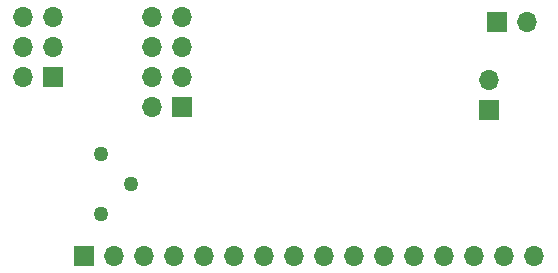
<source format=gbs>
G04 #@! TF.GenerationSoftware,KiCad,Pcbnew,7.0.7*
G04 #@! TF.CreationDate,2023-10-10T15:44:46+02:00*
G04 #@! TF.ProjectId,EcranLCD_Schema_V1.2,45637261-6e4c-4434-945f-536368656d61,rev?*
G04 #@! TF.SameCoordinates,Original*
G04 #@! TF.FileFunction,Soldermask,Bot*
G04 #@! TF.FilePolarity,Negative*
%FSLAX46Y46*%
G04 Gerber Fmt 4.6, Leading zero omitted, Abs format (unit mm)*
G04 Created by KiCad (PCBNEW 7.0.7) date 2023-10-10 15:44:46*
%MOMM*%
%LPD*%
G01*
G04 APERTURE LIST*
%ADD10R,1.700000X1.700000*%
%ADD11O,1.700000X1.700000*%
%ADD12C,1.260000*%
G04 APERTURE END LIST*
D10*
X117760000Y-69300000D03*
D11*
X115220000Y-69300000D03*
X117760000Y-66760000D03*
X115220000Y-66760000D03*
X117760000Y-64220000D03*
X115220000Y-64220000D03*
D10*
X120396000Y-84531200D03*
D11*
X122936000Y-84531200D03*
X125476000Y-84531200D03*
X128016000Y-84531200D03*
X130556000Y-84531200D03*
X133096000Y-84531200D03*
X135636000Y-84531200D03*
X138176000Y-84531200D03*
X140716000Y-84531200D03*
X143256000Y-84531200D03*
X145796000Y-84531200D03*
X148336000Y-84531200D03*
X150876000Y-84531200D03*
X153416000Y-84531200D03*
X155956000Y-84531200D03*
X158496000Y-84531200D03*
D10*
X128682000Y-71840000D03*
D11*
X126142000Y-71840000D03*
X128682000Y-69300000D03*
X126142000Y-69300000D03*
X128682000Y-66760000D03*
X126142000Y-66760000D03*
X128682000Y-64220000D03*
X126142000Y-64220000D03*
D10*
X155295600Y-64668400D03*
D11*
X157835600Y-64668400D03*
D10*
X154686000Y-72136000D03*
D11*
X154686000Y-69596000D03*
D12*
X121793000Y-80899000D03*
X124333000Y-78359000D03*
X121793000Y-75819000D03*
M02*

</source>
